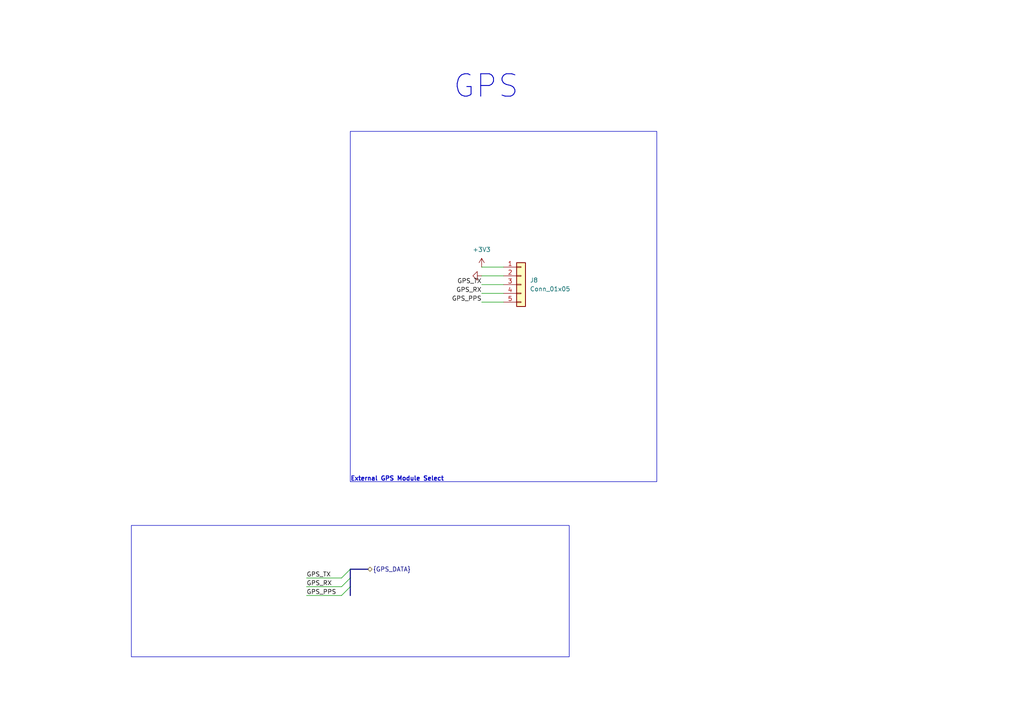
<source format=kicad_sch>
(kicad_sch (version 20250114) (generator "eeschema") (generator_version "9.0")
  (paper "A4")
  (title_block (title "${BOARD_NAME}") (date "${RELEASE_DATE}") (rev "${REVISION}") (company "${COMPANY}") (comment 1 "${VARIANT}"))
  (lib_symbols
    (symbol "Connector_Generic:Conn_01x05" (pin_names (offset 1.016) (hide yes))
      (property "Reference" "J" (at 0 7.62 0))
      (property "Value" "Conn_01x05" (at 0 -7.62 0))
      (symbol "Conn_01x05_1_1"
        (rectangle (start -1.27 6.35) (end 1.27 -6.35) (stroke (width 0.254)) (fill (type background)))
        (rectangle (start -1.27 5.207) (end 0 4.953) (stroke (width 0.1524)))
        (rectangle (start -1.27 2.667) (end 0 2.413) (stroke (width 0.1524)))
        (rectangle (start -1.27 0.127) (end 0 -0.127) (stroke (width 0.1524)))
        (rectangle (start -1.27 -2.413) (end 0 -2.667) (stroke (width 0.1524)))
        (rectangle (start -1.27 -4.953) (end 0 -5.207) (stroke (width 0.1524)))
        (pin passive line (at -5.08 5.08 0) (length 3.81) (name "Pin_1") (number "1"))
        (pin passive line (at -5.08 2.54 0) (length 3.81) (name "Pin_2") (number "2"))
        (pin passive line (at -5.08 0 0) (length 3.81) (name "Pin_3") (number "3"))
        (pin passive line (at -5.08 -2.54 0) (length 3.81) (name "Pin_4") (number "4"))
        (pin passive line (at -5.08 -5.08 0) (length 3.81) (name "Pin_5") (number "5"))
      )
    )
    (symbol "power:+3V3" (power) (pin_numbers (hide yes)) (pin_names (offset 0) (hide yes))
      (property "Value" "+3V3" (at 0 3.556 0))
      (symbol "+3V3_0_1"
        (polyline (pts (xy -0.762 1.27) (xy 0 2.54)))
        (polyline (pts (xy 0 2.54) (xy 0.762 1.27)))
        (polyline (pts (xy 0 0) (xy 0 2.54)))
      )
      (symbol "+3V3_1_1"
        (pin power_in line (at 0 0 90) (length 0) (name "~") (number "1"))
      )
    )
    (symbol "power:GND" (power) (pin_numbers (hide yes)) (pin_names (offset 0) (hide yes))
      (property "Value" "GND" (at 0 -3.81 0))
      (symbol "GND_0_1"
        (polyline (pts (xy 0 0) (xy 0 -1.27) (xy 1.27 -1.27) (xy 0 -2.54) (xy -1.27 -1.27) (xy 0 -1.27)))
      )
      (symbol "GND_1_1"
        (pin power_in line (at 0 0 270) (length 0) (name "~") (number "1"))
      )
    )
  )
  (bus_alias "GPS_DATA" (members "GPS_TX" "GPS_RX" "GPS_PPS"))
  (rectangle (start 101.6 38.1) (end 190.5 139.7))
  (rectangle (start 38.1 152.4) (end 165.1 190.5))
  (text "GPS" (at 140.97 25.146 0) (effects (font (size 6.5024 6.5024) (thickness 0.254) (bold yes))))
  (text "External GPS Module Select" (at 101.6 139.7 0) (effects (font (size 1.27 1.27) (thickness 0.254) (bold yes)) (justify left bottom)))
  (bus_entry (at 101.6 170.18) (size -2.54 2.54))
  (bus_entry (at 101.6 165.1) (size -2.54 2.54))
  (bus_entry (at 101.6 167.64) (size -2.54 2.54))
  (wire (pts (xy 88.9 167.64) (xy 99.06 167.64)))
  (bus (pts (xy 101.6 167.64) (xy 101.6 170.18)))
  (bus (pts (xy 106.68 165.1) (xy 101.6 165.1)))
  (wire (pts (xy 139.7 77.47) (xy 146.05 77.47)))
  (wire (pts (xy 139.7 82.55) (xy 146.05 82.55)))
  (bus (pts (xy 101.6 165.1) (xy 101.6 167.64)))
  (bus (pts (xy 101.6 170.18) (xy 101.6 172.72)))
  (wire (pts (xy 139.7 85.09) (xy 146.05 85.09)))
  (wire (pts (xy 139.7 87.63) (xy 146.05 87.63)))
  (wire (pts (xy 88.9 170.18) (xy 99.06 170.18)))
  (wire (pts (xy 139.7 80.01) (xy 146.05 80.01)))
  (wire (pts (xy 88.9 172.72) (xy 99.06 172.72)))
  (label "GPS_RX" (at 139.7 85.09 180))
  (label "GPS_TX" (at 139.7 82.55 180))
  (label "GPS_PPS" (at 139.7 87.63 180))
  (label "GPS_PPS" (at 88.9 172.72 0))
  (label "GPS_TX" (at 88.9 167.64 0))
  (label "GPS_RX" (at 88.9 170.18 0))
  (hierarchical_label "{GPS_DATA}" (shape bidirectional) (at 106.68 165.1 0))
  (symbol (lib_id "power:GND") (at 139.7 80.01 270) (unit 1)
    (property "Reference" "#PWR084" (effects (hide yes)))
    (property "Value" "GND" (effects (hide yes)))
    (property "Description" "Power symbol creates a global label with name \"GND\" , ground" (effects (hide yes)))
  )
  (symbol (lib_id "power:+3V3") (at 139.7 77.47 0) (unit 1)
    (property "Reference" "#PWR0109" (effects (hide yes)))
    (property "Value" "+3V3" (at 139.7 72.39 0))
    (property "Description" "Power symbol creates a global label with name \"+3V3\"" (effects (hide yes)))
  )
  (symbol (lib_id "Connector_Generic:Conn_01x05") (at 151.13 82.55 0) (unit 1)
    (property "Reference" "J8" (at 153.67 81.2799 0) (effects (justify left)))
    (property "Value" "Conn_01x05" (at 153.67 83.8199 0) (effects (justify left)))
    (property "Footprint" "Connector_PinHeader_1.00mm:PinHeader_1x05_P1.00mm_Vertical" (effects (hide yes)))
    (property "Description" "Generic connector, single row, 01x05, script generated (kicad-library-utils/schlib/autogen/connector/)" (effects (hide yes)))
  )
)
</source>
